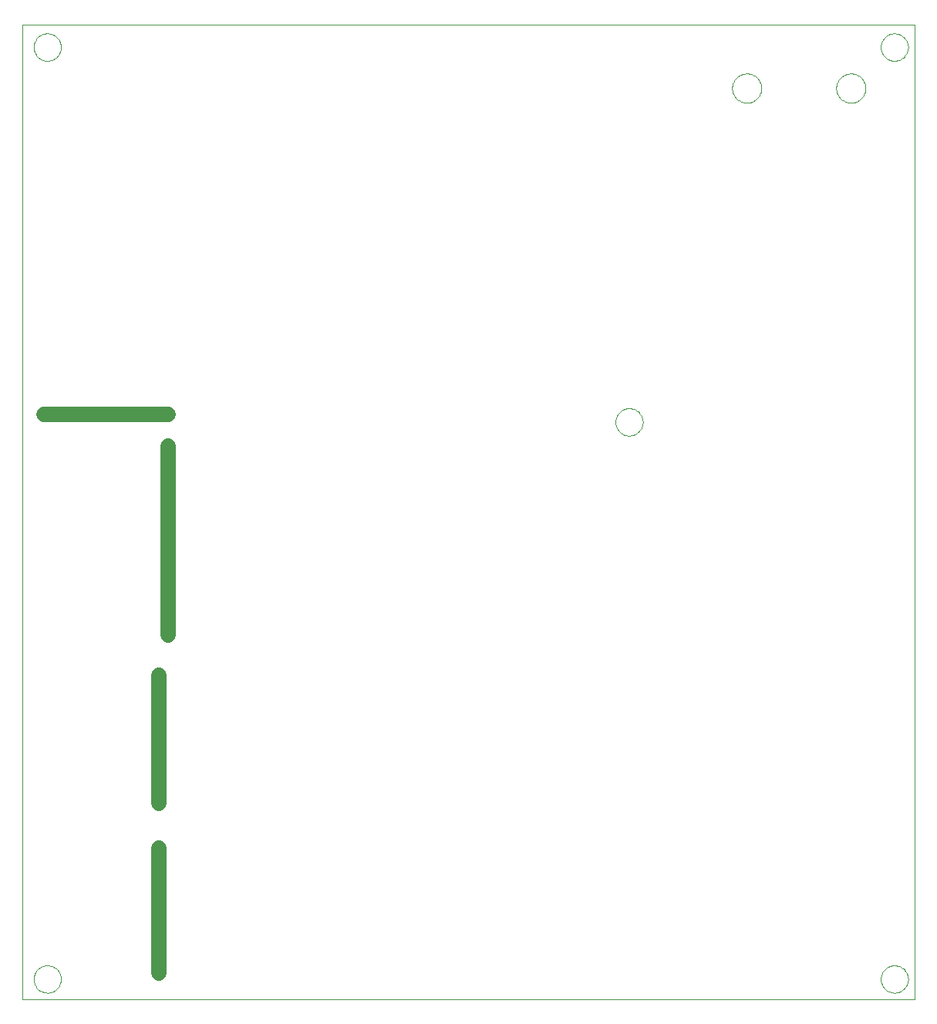
<source format=gm1>
G75*
G70*
%OFA0B0*%
%FSLAX24Y24*%
%IPPOS*%
%LPD*%
%AMOC8*
5,1,8,0,0,1.08239X$1,22.5*
%
%ADD10C,0.0000*%
%ADD11C,0.0660*%
D10*
X002971Y001207D02*
X041554Y001207D01*
X041554Y043333D01*
X002971Y043333D01*
X002971Y001207D01*
X003463Y002093D02*
X003465Y002141D01*
X003471Y002189D01*
X003481Y002236D01*
X003494Y002282D01*
X003512Y002327D01*
X003532Y002371D01*
X003557Y002413D01*
X003585Y002452D01*
X003615Y002489D01*
X003649Y002523D01*
X003686Y002555D01*
X003724Y002584D01*
X003765Y002609D01*
X003808Y002631D01*
X003853Y002649D01*
X003899Y002663D01*
X003946Y002674D01*
X003994Y002681D01*
X004042Y002684D01*
X004090Y002683D01*
X004138Y002678D01*
X004186Y002669D01*
X004232Y002657D01*
X004277Y002640D01*
X004321Y002620D01*
X004363Y002597D01*
X004403Y002570D01*
X004441Y002540D01*
X004476Y002507D01*
X004508Y002471D01*
X004538Y002433D01*
X004564Y002392D01*
X004586Y002349D01*
X004606Y002305D01*
X004621Y002260D01*
X004633Y002213D01*
X004641Y002165D01*
X004645Y002117D01*
X004645Y002069D01*
X004641Y002021D01*
X004633Y001973D01*
X004621Y001926D01*
X004606Y001881D01*
X004586Y001837D01*
X004564Y001794D01*
X004538Y001753D01*
X004508Y001715D01*
X004476Y001679D01*
X004441Y001646D01*
X004403Y001616D01*
X004363Y001589D01*
X004321Y001566D01*
X004277Y001546D01*
X004232Y001529D01*
X004186Y001517D01*
X004138Y001508D01*
X004090Y001503D01*
X004042Y001502D01*
X003994Y001505D01*
X003946Y001512D01*
X003899Y001523D01*
X003853Y001537D01*
X003808Y001555D01*
X003765Y001577D01*
X003724Y001602D01*
X003686Y001631D01*
X003649Y001663D01*
X003615Y001697D01*
X003585Y001734D01*
X003557Y001773D01*
X003532Y001815D01*
X003512Y001859D01*
X003494Y001904D01*
X003481Y001950D01*
X003471Y001997D01*
X003465Y002045D01*
X003463Y002093D01*
X028611Y026158D02*
X028613Y026206D01*
X028619Y026254D01*
X028629Y026301D01*
X028642Y026347D01*
X028660Y026392D01*
X028680Y026436D01*
X028705Y026478D01*
X028733Y026517D01*
X028763Y026554D01*
X028797Y026588D01*
X028834Y026620D01*
X028872Y026649D01*
X028913Y026674D01*
X028956Y026696D01*
X029001Y026714D01*
X029047Y026728D01*
X029094Y026739D01*
X029142Y026746D01*
X029190Y026749D01*
X029238Y026748D01*
X029286Y026743D01*
X029334Y026734D01*
X029380Y026722D01*
X029425Y026705D01*
X029469Y026685D01*
X029511Y026662D01*
X029551Y026635D01*
X029589Y026605D01*
X029624Y026572D01*
X029656Y026536D01*
X029686Y026498D01*
X029712Y026457D01*
X029734Y026414D01*
X029754Y026370D01*
X029769Y026325D01*
X029781Y026278D01*
X029789Y026230D01*
X029793Y026182D01*
X029793Y026134D01*
X029789Y026086D01*
X029781Y026038D01*
X029769Y025991D01*
X029754Y025946D01*
X029734Y025902D01*
X029712Y025859D01*
X029686Y025818D01*
X029656Y025780D01*
X029624Y025744D01*
X029589Y025711D01*
X029551Y025681D01*
X029511Y025654D01*
X029469Y025631D01*
X029425Y025611D01*
X029380Y025594D01*
X029334Y025582D01*
X029286Y025573D01*
X029238Y025568D01*
X029190Y025567D01*
X029142Y025570D01*
X029094Y025577D01*
X029047Y025588D01*
X029001Y025602D01*
X028956Y025620D01*
X028913Y025642D01*
X028872Y025667D01*
X028834Y025696D01*
X028797Y025728D01*
X028763Y025762D01*
X028733Y025799D01*
X028705Y025838D01*
X028680Y025880D01*
X028660Y025924D01*
X028642Y025969D01*
X028629Y026015D01*
X028619Y026062D01*
X028613Y026110D01*
X028611Y026158D01*
X033654Y040578D02*
X033656Y040628D01*
X033662Y040678D01*
X033672Y040727D01*
X033686Y040775D01*
X033703Y040822D01*
X033724Y040867D01*
X033749Y040911D01*
X033777Y040952D01*
X033809Y040991D01*
X033843Y041028D01*
X033880Y041062D01*
X033920Y041092D01*
X033962Y041119D01*
X034006Y041143D01*
X034052Y041164D01*
X034099Y041180D01*
X034147Y041193D01*
X034197Y041202D01*
X034246Y041207D01*
X034297Y041208D01*
X034347Y041205D01*
X034396Y041198D01*
X034445Y041187D01*
X034493Y041172D01*
X034539Y041154D01*
X034584Y041132D01*
X034627Y041106D01*
X034668Y041077D01*
X034707Y041045D01*
X034743Y041010D01*
X034775Y040972D01*
X034805Y040932D01*
X034832Y040889D01*
X034855Y040845D01*
X034874Y040799D01*
X034890Y040751D01*
X034902Y040702D01*
X034910Y040653D01*
X034914Y040603D01*
X034914Y040553D01*
X034910Y040503D01*
X034902Y040454D01*
X034890Y040405D01*
X034874Y040357D01*
X034855Y040311D01*
X034832Y040267D01*
X034805Y040224D01*
X034775Y040184D01*
X034743Y040146D01*
X034707Y040111D01*
X034668Y040079D01*
X034627Y040050D01*
X034584Y040024D01*
X034539Y040002D01*
X034493Y039984D01*
X034445Y039969D01*
X034396Y039958D01*
X034347Y039951D01*
X034297Y039948D01*
X034246Y039949D01*
X034197Y039954D01*
X034147Y039963D01*
X034099Y039976D01*
X034052Y039992D01*
X034006Y040013D01*
X033962Y040037D01*
X033920Y040064D01*
X033880Y040094D01*
X033843Y040128D01*
X033809Y040165D01*
X033777Y040204D01*
X033749Y040245D01*
X033724Y040289D01*
X033703Y040334D01*
X033686Y040381D01*
X033672Y040429D01*
X033662Y040478D01*
X033656Y040528D01*
X033654Y040578D01*
X038154Y040578D02*
X038156Y040628D01*
X038162Y040678D01*
X038172Y040727D01*
X038186Y040775D01*
X038203Y040822D01*
X038224Y040867D01*
X038249Y040911D01*
X038277Y040952D01*
X038309Y040991D01*
X038343Y041028D01*
X038380Y041062D01*
X038420Y041092D01*
X038462Y041119D01*
X038506Y041143D01*
X038552Y041164D01*
X038599Y041180D01*
X038647Y041193D01*
X038697Y041202D01*
X038746Y041207D01*
X038797Y041208D01*
X038847Y041205D01*
X038896Y041198D01*
X038945Y041187D01*
X038993Y041172D01*
X039039Y041154D01*
X039084Y041132D01*
X039127Y041106D01*
X039168Y041077D01*
X039207Y041045D01*
X039243Y041010D01*
X039275Y040972D01*
X039305Y040932D01*
X039332Y040889D01*
X039355Y040845D01*
X039374Y040799D01*
X039390Y040751D01*
X039402Y040702D01*
X039410Y040653D01*
X039414Y040603D01*
X039414Y040553D01*
X039410Y040503D01*
X039402Y040454D01*
X039390Y040405D01*
X039374Y040357D01*
X039355Y040311D01*
X039332Y040267D01*
X039305Y040224D01*
X039275Y040184D01*
X039243Y040146D01*
X039207Y040111D01*
X039168Y040079D01*
X039127Y040050D01*
X039084Y040024D01*
X039039Y040002D01*
X038993Y039984D01*
X038945Y039969D01*
X038896Y039958D01*
X038847Y039951D01*
X038797Y039948D01*
X038746Y039949D01*
X038697Y039954D01*
X038647Y039963D01*
X038599Y039976D01*
X038552Y039992D01*
X038506Y040013D01*
X038462Y040037D01*
X038420Y040064D01*
X038380Y040094D01*
X038343Y040128D01*
X038309Y040165D01*
X038277Y040204D01*
X038249Y040245D01*
X038224Y040289D01*
X038203Y040334D01*
X038186Y040381D01*
X038172Y040429D01*
X038162Y040478D01*
X038156Y040528D01*
X038154Y040578D01*
X040077Y042349D02*
X040079Y042397D01*
X040085Y042445D01*
X040095Y042492D01*
X040108Y042538D01*
X040126Y042583D01*
X040146Y042627D01*
X040171Y042669D01*
X040199Y042708D01*
X040229Y042745D01*
X040263Y042779D01*
X040300Y042811D01*
X040338Y042840D01*
X040379Y042865D01*
X040422Y042887D01*
X040467Y042905D01*
X040513Y042919D01*
X040560Y042930D01*
X040608Y042937D01*
X040656Y042940D01*
X040704Y042939D01*
X040752Y042934D01*
X040800Y042925D01*
X040846Y042913D01*
X040891Y042896D01*
X040935Y042876D01*
X040977Y042853D01*
X041017Y042826D01*
X041055Y042796D01*
X041090Y042763D01*
X041122Y042727D01*
X041152Y042689D01*
X041178Y042648D01*
X041200Y042605D01*
X041220Y042561D01*
X041235Y042516D01*
X041247Y042469D01*
X041255Y042421D01*
X041259Y042373D01*
X041259Y042325D01*
X041255Y042277D01*
X041247Y042229D01*
X041235Y042182D01*
X041220Y042137D01*
X041200Y042093D01*
X041178Y042050D01*
X041152Y042009D01*
X041122Y041971D01*
X041090Y041935D01*
X041055Y041902D01*
X041017Y041872D01*
X040977Y041845D01*
X040935Y041822D01*
X040891Y041802D01*
X040846Y041785D01*
X040800Y041773D01*
X040752Y041764D01*
X040704Y041759D01*
X040656Y041758D01*
X040608Y041761D01*
X040560Y041768D01*
X040513Y041779D01*
X040467Y041793D01*
X040422Y041811D01*
X040379Y041833D01*
X040338Y041858D01*
X040300Y041887D01*
X040263Y041919D01*
X040229Y041953D01*
X040199Y041990D01*
X040171Y042029D01*
X040146Y042071D01*
X040126Y042115D01*
X040108Y042160D01*
X040095Y042206D01*
X040085Y042253D01*
X040079Y042301D01*
X040077Y042349D01*
X003463Y042349D02*
X003465Y042397D01*
X003471Y042445D01*
X003481Y042492D01*
X003494Y042538D01*
X003512Y042583D01*
X003532Y042627D01*
X003557Y042669D01*
X003585Y042708D01*
X003615Y042745D01*
X003649Y042779D01*
X003686Y042811D01*
X003724Y042840D01*
X003765Y042865D01*
X003808Y042887D01*
X003853Y042905D01*
X003899Y042919D01*
X003946Y042930D01*
X003994Y042937D01*
X004042Y042940D01*
X004090Y042939D01*
X004138Y042934D01*
X004186Y042925D01*
X004232Y042913D01*
X004277Y042896D01*
X004321Y042876D01*
X004363Y042853D01*
X004403Y042826D01*
X004441Y042796D01*
X004476Y042763D01*
X004508Y042727D01*
X004538Y042689D01*
X004564Y042648D01*
X004586Y042605D01*
X004606Y042561D01*
X004621Y042516D01*
X004633Y042469D01*
X004641Y042421D01*
X004645Y042373D01*
X004645Y042325D01*
X004641Y042277D01*
X004633Y042229D01*
X004621Y042182D01*
X004606Y042137D01*
X004586Y042093D01*
X004564Y042050D01*
X004538Y042009D01*
X004508Y041971D01*
X004476Y041935D01*
X004441Y041902D01*
X004403Y041872D01*
X004363Y041845D01*
X004321Y041822D01*
X004277Y041802D01*
X004232Y041785D01*
X004186Y041773D01*
X004138Y041764D01*
X004090Y041759D01*
X004042Y041758D01*
X003994Y041761D01*
X003946Y041768D01*
X003899Y041779D01*
X003853Y041793D01*
X003808Y041811D01*
X003765Y041833D01*
X003724Y041858D01*
X003686Y041887D01*
X003649Y041919D01*
X003615Y041953D01*
X003585Y041990D01*
X003557Y042029D01*
X003532Y042071D01*
X003512Y042115D01*
X003494Y042160D01*
X003481Y042206D01*
X003471Y042253D01*
X003465Y042301D01*
X003463Y042349D01*
X040077Y002093D02*
X040079Y002141D01*
X040085Y002189D01*
X040095Y002236D01*
X040108Y002282D01*
X040126Y002327D01*
X040146Y002371D01*
X040171Y002413D01*
X040199Y002452D01*
X040229Y002489D01*
X040263Y002523D01*
X040300Y002555D01*
X040338Y002584D01*
X040379Y002609D01*
X040422Y002631D01*
X040467Y002649D01*
X040513Y002663D01*
X040560Y002674D01*
X040608Y002681D01*
X040656Y002684D01*
X040704Y002683D01*
X040752Y002678D01*
X040800Y002669D01*
X040846Y002657D01*
X040891Y002640D01*
X040935Y002620D01*
X040977Y002597D01*
X041017Y002570D01*
X041055Y002540D01*
X041090Y002507D01*
X041122Y002471D01*
X041152Y002433D01*
X041178Y002392D01*
X041200Y002349D01*
X041220Y002305D01*
X041235Y002260D01*
X041247Y002213D01*
X041255Y002165D01*
X041259Y002117D01*
X041259Y002069D01*
X041255Y002021D01*
X041247Y001973D01*
X041235Y001926D01*
X041220Y001881D01*
X041200Y001837D01*
X041178Y001794D01*
X041152Y001753D01*
X041122Y001715D01*
X041090Y001679D01*
X041055Y001646D01*
X041017Y001616D01*
X040977Y001589D01*
X040935Y001566D01*
X040891Y001546D01*
X040846Y001529D01*
X040800Y001517D01*
X040752Y001508D01*
X040704Y001503D01*
X040656Y001502D01*
X040608Y001505D01*
X040560Y001512D01*
X040513Y001523D01*
X040467Y001537D01*
X040422Y001555D01*
X040379Y001577D01*
X040338Y001602D01*
X040300Y001631D01*
X040263Y001663D01*
X040229Y001697D01*
X040199Y001734D01*
X040171Y001773D01*
X040146Y001815D01*
X040126Y001859D01*
X040108Y001904D01*
X040095Y001950D01*
X040085Y001997D01*
X040079Y002045D01*
X040077Y002093D01*
D11*
X009270Y016956D02*
X009270Y025125D01*
X009270Y026503D02*
X003906Y026503D01*
X008877Y015233D02*
X008877Y009672D01*
X008877Y007753D02*
X008877Y002339D01*
M02*

</source>
